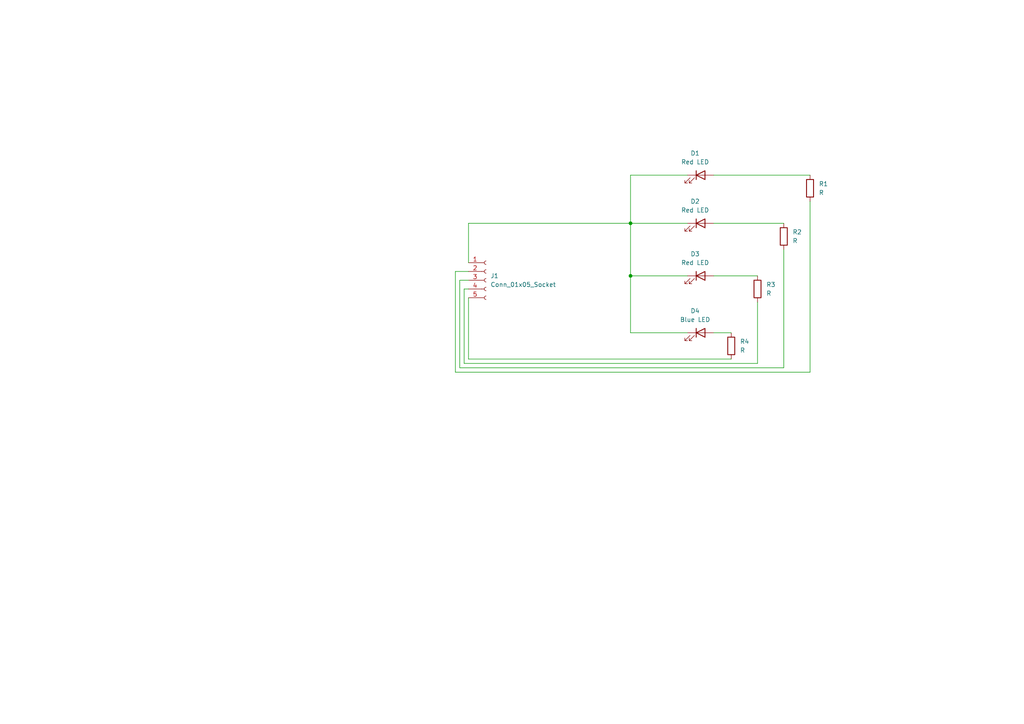
<source format=kicad_sch>
(kicad_sch (version 20231120) (generator "eeschema") (generator_version "8.0")
  (paper "A4")
  (lib_symbols
    (symbol "Connector:Conn_01x05_Socket" (pin_names (offset 1.016) hide)
      (property "Reference" "J" (at 0 7.62 0))
      (property "Value" "Conn_01x05_Socket" (at 0 -7.62 0))
      (symbol "Conn_01x05_Socket_1_1"
        (arc (start 0 -4.572) (mid -0.5058 -5.08) (end 0 -5.588) (stroke (width 0.1524)))
        (arc (start 0 -2.032) (mid -0.5058 -2.54) (end 0 -3.048) (stroke (width 0.1524)))
        (polyline (pts (xy -1.27 -5.08) (xy -0.508 -5.08)) (stroke (width 0.1524)))
        (polyline (pts (xy -1.27 -2.54) (xy -0.508 -2.54)) (stroke (width 0.1524)))
        (polyline (pts (xy -1.27 0) (xy -0.508 0)) (stroke (width 0.1524)))
        (polyline (pts (xy -1.27 2.54) (xy -0.508 2.54)) (stroke (width 0.1524)))
        (polyline (pts (xy -1.27 5.08) (xy -0.508 5.08)) (stroke (width 0.1524)))
        (arc (start 0 0.508) (mid -0.5058 0) (end 0 -0.508) (stroke (width 0.1524)))
        (arc (start 0 3.048) (mid -0.5058 2.54) (end 0 2.032) (stroke (width 0.1524)))
        (arc (start 0 5.588) (mid -0.5058 5.08) (end 0 4.572) (stroke (width 0.1524)))
        (pin passive line (at -5.08 5.08 0) (length 3.81) (name "Pin_1") (number "1"))
        (pin passive line (at -5.08 2.54 0) (length 3.81) (name "Pin_2") (number "2"))
        (pin passive line (at -5.08 0 0) (length 3.81) (name "Pin_3") (number "3"))
        (pin passive line (at -5.08 -2.54 0) (length 3.81) (name "Pin_4") (number "4"))
        (pin passive line (at -5.08 -5.08 0) (length 3.81) (name "Pin_5") (number "5"))
      )
    )
    (symbol "Device:LED" (pin_numbers hide) (pin_names (offset 1.016) hide)
      (property "Reference" "D" (at 0 2.54 0))
      (property "Value" "LED" (at 0 -2.54 0))
      (symbol "LED_0_1"
        (polyline (pts (xy -1.27 -1.27) (xy -1.27 1.27)) (stroke (width 0.254)))
        (polyline (pts (xy -1.27 0) (xy 1.27 0)))
        (polyline (pts (xy 1.27 -1.27) (xy 1.27 1.27) (xy -1.27 0) (xy 1.27 -1.27)) (stroke (width 0.254)))
        (polyline (pts (xy -3.048 -0.762) (xy -4.572 -2.286) (xy -3.81 -2.286) (xy -4.572 -2.286) (xy -4.572 -1.524)))
        (polyline (pts (xy -1.778 -0.762) (xy -3.302 -2.286) (xy -2.54 -2.286) (xy -3.302 -2.286) (xy -3.302 -1.524)))
      )
      (symbol "LED_1_1"
        (pin passive line (at -3.81 0 0) (length 2.54) (name "K") (number "1"))
        (pin passive line (at 3.81 0 180) (length 2.54) (name "A") (number "2"))
      )
    )
    (symbol "Device:R" (pin_numbers hide) (pin_names (offset 0))
      (property "Reference" "R" (at 2.032 0 90))
      (property "Value" "R" (at 0 0 90))
      (symbol "R_0_1"
        (rectangle (start -1.016 -2.54) (end 1.016 2.54) (stroke (width 0.254)))
      )
      (symbol "R_1_1"
        (pin passive line (at 0 3.81 270) (length 1.27) (name "~") (number "1"))
        (pin passive line (at 0 -3.81 90) (length 1.27) (name "~") (number "2"))
      )
    )
  )
  (junction (at 182.88 80.01))
  (junction (at 182.88 64.77))
  (wire (pts (xy 135.89 64.77) (xy 135.89 76.2)))
  (wire (pts (xy 134.62 83.82) (xy 135.89 83.82)))
  (wire (pts (xy 134.62 105.41) (xy 134.62 83.82)))
  (wire (pts (xy 207.01 96.52) (xy 212.09 96.52)))
  (wire (pts (xy 199.39 50.8) (xy 182.88 50.8)))
  (wire (pts (xy 207.01 80.01) (xy 219.71 80.01)))
  (wire (pts (xy 219.71 105.41) (xy 134.62 105.41)))
  (wire (pts (xy 132.08 107.95) (xy 132.08 78.74)))
  (wire (pts (xy 207.01 64.77) (xy 227.33 64.77)))
  (wire (pts (xy 182.88 64.77) (xy 199.39 64.77)))
  (wire (pts (xy 133.35 81.28) (xy 135.89 81.28)))
  (wire (pts (xy 234.95 58.42) (xy 234.95 107.95)))
  (wire (pts (xy 132.08 78.74) (xy 135.89 78.74)))
  (wire (pts (xy 135.89 104.14) (xy 135.89 86.36)))
  (wire (pts (xy 182.88 80.01) (xy 182.88 64.77)))
  (wire (pts (xy 227.33 106.68) (xy 133.35 106.68)))
  (wire (pts (xy 199.39 96.52) (xy 182.88 96.52)))
  (wire (pts (xy 182.88 50.8) (xy 182.88 64.77)))
  (wire (pts (xy 133.35 106.68) (xy 133.35 81.28)))
  (wire (pts (xy 182.88 96.52) (xy 182.88 80.01)))
  (wire (pts (xy 227.33 72.39) (xy 227.33 106.68)))
  (wire (pts (xy 219.71 87.63) (xy 219.71 105.41)))
  (wire (pts (xy 207.01 50.8) (xy 234.95 50.8)))
  (wire (pts (xy 182.88 64.77) (xy 135.89 64.77)))
  (wire (pts (xy 234.95 107.95) (xy 132.08 107.95)))
  (wire (pts (xy 212.09 104.14) (xy 135.89 104.14)))
  (wire (pts (xy 182.88 80.01) (xy 199.39 80.01)))
  (symbol (lib_id "Device:LED") (at 203.2 50.8 0) (unit 1)
    (property "Reference" "D1" (at 201.6125 44.45 0))
    (property "Value" "Red LED" (at 201.6125 46.99 0))
    (property "Footprint" "LED_THT:LED_D5.0mm" (effects (hide yes)))
    (property "Description" "Light emitting diode" (effects (hide yes)))
  )
  (symbol (lib_id "Device:LED") (at 203.2 96.52 0) (unit 1)
    (property "Reference" "D4" (at 201.6125 90.17 0))
    (property "Value" "Blue LED" (at 201.6125 92.71 0))
    (property "Footprint" "LED_THT:LED_D5.0mm" (effects (hide yes)))
    (property "Description" "Light emitting diode" (effects (hide yes)))
  )
  (symbol (lib_id "Connector:Conn_01x05_Socket") (at 140.97 81.28 0) (unit 1)
    (property "Reference" "J1" (at 142.24 80.0099 0) (effects (justify left)))
    (property "Value" "Conn_01x05_Socket" (at 142.24 82.5499 0) (effects (justify left)))
    (property "Footprint" "Connector_PinSocket_2.54mm:PinSocket_1x05_P2.54mm_Vertical" (effects (hide yes)))
    (property "Description" "Generic connector, single row, 01x05, script generated" (effects (hide yes)))
  )
  (symbol (lib_id "Device:R") (at 212.09 100.33 0) (unit 1)
    (property "Reference" "R4" (at 214.63 99.0599 0) (effects (justify left)))
    (property "Value" "R" (at 214.63 101.5999 0) (effects (justify left)))
    (property "Footprint" "Resistor_SMD:R_0805_2012Metric_Pad1.20x1.40mm_HandSolder" (effects (hide yes)))
    (property "Description" "Resistor" (effects (hide yes)))
  )
  (symbol (lib_id "Device:R") (at 227.33 68.58 0) (unit 1)
    (property "Reference" "R2" (at 229.87 67.3099 0) (effects (justify left)))
    (property "Value" "R" (at 229.87 69.8499 0) (effects (justify left)))
    (property "Footprint" "Resistor_SMD:R_0805_2012Metric_Pad1.20x1.40mm_HandSolder" (effects (hide yes)))
    (property "Description" "Resistor" (effects (hide yes)))
  )
  (symbol (lib_id "Device:LED") (at 203.2 64.77 0) (unit 1)
    (property "Reference" "D2" (at 201.6125 58.42 0))
    (property "Value" "Red LED" (at 201.6125 60.96 0))
    (property "Footprint" "LED_THT:LED_D5.0mm" (effects (hide yes)))
    (property "Description" "Light emitting diode" (effects (hide yes)))
  )
  (symbol (lib_id "Device:R") (at 219.71 83.82 0) (unit 1)
    (property "Reference" "R3" (at 222.25 82.5499 0) (effects (justify left)))
    (property "Value" "R" (at 222.25 85.0899 0) (effects (justify left)))
    (property "Footprint" "Resistor_SMD:R_0805_2012Metric_Pad1.20x1.40mm_HandSolder" (effects (hide yes)))
    (property "Description" "Resistor" (effects (hide yes)))
  )
  (symbol (lib_id "Device:R") (at 234.95 54.61 0) (unit 1)
    (property "Reference" "R1" (at 237.49 53.3399 0) (effects (justify left)))
    (property "Value" "R" (at 237.49 55.8799 0) (effects (justify left)))
    (property "Footprint" "Resistor_SMD:R_0805_2012Metric_Pad1.20x1.40mm_HandSolder" (effects (hide yes)))
    (property "Description" "Resistor" (effects (hide yes)))
  )
  (symbol (lib_id "Device:LED") (at 203.2 80.01 0) (unit 1)
    (property "Reference" "D3" (at 201.6125 73.66 0))
    (property "Value" "Red LED" (at 201.6125 76.2 0))
    (property "Footprint" "LED_THT:LED_D5.0mm" (effects (hide yes)))
    (property "Description" "Light emitting diode" (effects (hide yes)))
  )
)
</source>
